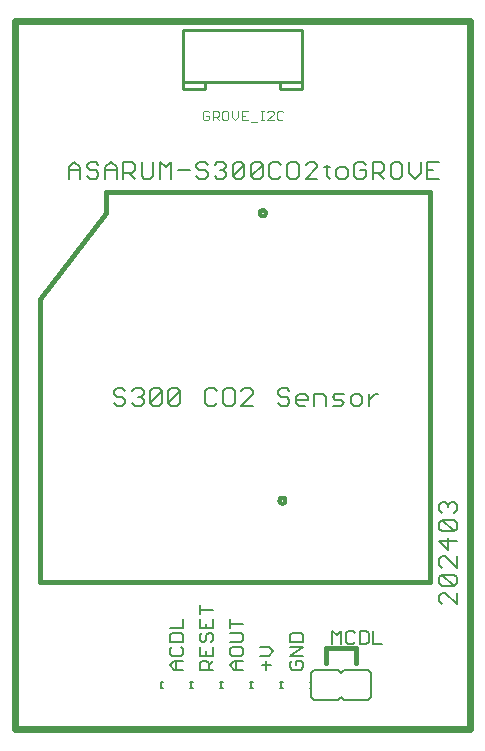
<source format=gto>
G75*
%MOIN*%
%OFA0B0*%
%FSLAX25Y25*%
%IPPOS*%
%LPD*%
%AMOC8*
5,1,8,0,0,1.08239X$1,22.5*
%
%ADD10C,0.02400*%
%ADD11C,0.00800*%
%ADD12C,0.01600*%
%ADD13C,0.01200*%
%ADD14C,0.00500*%
%ADD15C,0.01000*%
%ADD16C,0.00400*%
%ADD17C,0.00600*%
D10*
X0024406Y0031228D02*
X0175981Y0031228D01*
X0175981Y0267449D01*
X0024406Y0267449D01*
X0024406Y0031228D01*
D11*
X0058246Y0139089D02*
X0057279Y0140056D01*
X0058246Y0139089D02*
X0060181Y0139089D01*
X0061149Y0140056D01*
X0061149Y0141024D01*
X0060181Y0141991D01*
X0058246Y0141991D01*
X0057279Y0142959D01*
X0057279Y0143926D01*
X0058246Y0144894D01*
X0060181Y0144894D01*
X0061149Y0143926D01*
X0063356Y0143926D02*
X0064323Y0144894D01*
X0066258Y0144894D01*
X0067226Y0143926D01*
X0067226Y0142959D01*
X0066258Y0141991D01*
X0067226Y0141024D01*
X0067226Y0140056D01*
X0066258Y0139089D01*
X0064323Y0139089D01*
X0063356Y0140056D01*
X0065291Y0141991D02*
X0066258Y0141991D01*
X0069433Y0140056D02*
X0070400Y0139089D01*
X0072335Y0139089D01*
X0073303Y0140056D01*
X0073303Y0143926D01*
X0069433Y0140056D01*
X0069433Y0143926D01*
X0070400Y0144894D01*
X0072335Y0144894D01*
X0073303Y0143926D01*
X0075510Y0143926D02*
X0075510Y0140056D01*
X0079380Y0143926D01*
X0079380Y0140056D01*
X0078413Y0139089D01*
X0076478Y0139089D01*
X0075510Y0140056D01*
X0075510Y0143926D02*
X0076478Y0144894D01*
X0078413Y0144894D01*
X0079380Y0143926D01*
X0087665Y0143926D02*
X0087665Y0140056D01*
X0088632Y0139089D01*
X0090567Y0139089D01*
X0091535Y0140056D01*
X0093742Y0140056D02*
X0094709Y0139089D01*
X0096644Y0139089D01*
X0097612Y0140056D01*
X0097612Y0143926D01*
X0096644Y0144894D01*
X0094709Y0144894D01*
X0093742Y0143926D01*
X0093742Y0140056D01*
X0091535Y0143926D02*
X0090567Y0144894D01*
X0088632Y0144894D01*
X0087665Y0143926D01*
X0099819Y0143926D02*
X0100786Y0144894D01*
X0102721Y0144894D01*
X0103689Y0143926D01*
X0103689Y0142959D01*
X0099819Y0139089D01*
X0103689Y0139089D01*
X0111973Y0140056D02*
X0112941Y0139089D01*
X0114876Y0139089D01*
X0115843Y0140056D01*
X0115843Y0141024D01*
X0114876Y0141991D01*
X0112941Y0141991D01*
X0111973Y0142959D01*
X0111973Y0143926D01*
X0112941Y0144894D01*
X0114876Y0144894D01*
X0115843Y0143926D01*
X0118051Y0141991D02*
X0119018Y0142959D01*
X0120953Y0142959D01*
X0121920Y0141991D01*
X0121920Y0141024D01*
X0118051Y0141024D01*
X0118051Y0141991D02*
X0118051Y0140056D01*
X0119018Y0139089D01*
X0120953Y0139089D01*
X0124128Y0139089D02*
X0124128Y0142959D01*
X0127030Y0142959D01*
X0127998Y0141991D01*
X0127998Y0139089D01*
X0130205Y0139089D02*
X0133107Y0139089D01*
X0134075Y0140056D01*
X0133107Y0141024D01*
X0131172Y0141024D01*
X0130205Y0141991D01*
X0131172Y0142959D01*
X0134075Y0142959D01*
X0136282Y0141991D02*
X0136282Y0140056D01*
X0137250Y0139089D01*
X0139185Y0139089D01*
X0140152Y0140056D01*
X0140152Y0141991D01*
X0139185Y0142959D01*
X0137250Y0142959D01*
X0136282Y0141991D01*
X0142359Y0141024D02*
X0144294Y0142959D01*
X0145262Y0142959D01*
X0142359Y0142959D02*
X0142359Y0139089D01*
X0166694Y0107185D02*
X0167661Y0107185D01*
X0168629Y0106217D01*
X0169596Y0107185D01*
X0170564Y0107185D01*
X0171531Y0106217D01*
X0171531Y0104282D01*
X0170564Y0103315D01*
X0170564Y0101108D02*
X0166694Y0101108D01*
X0170564Y0097238D01*
X0171531Y0098205D01*
X0171531Y0100140D01*
X0170564Y0101108D01*
X0166694Y0101108D02*
X0165726Y0100140D01*
X0165726Y0098205D01*
X0166694Y0097238D01*
X0170564Y0097238D01*
X0168629Y0095030D02*
X0168629Y0091161D01*
X0165726Y0094063D01*
X0171531Y0094063D01*
X0171531Y0088953D02*
X0171531Y0085083D01*
X0167661Y0088953D01*
X0166694Y0088953D01*
X0165726Y0087986D01*
X0165726Y0086051D01*
X0166694Y0085083D01*
X0166694Y0082876D02*
X0170564Y0079006D01*
X0171531Y0079974D01*
X0171531Y0081909D01*
X0170564Y0082876D01*
X0166694Y0082876D01*
X0165726Y0081909D01*
X0165726Y0079974D01*
X0166694Y0079006D01*
X0170564Y0079006D01*
X0171531Y0076799D02*
X0171531Y0072929D01*
X0167661Y0076799D01*
X0166694Y0076799D01*
X0165726Y0075831D01*
X0165726Y0073896D01*
X0166694Y0072929D01*
X0166694Y0103315D02*
X0165726Y0104282D01*
X0165726Y0106217D01*
X0166694Y0107185D01*
X0168629Y0106217D02*
X0168629Y0105250D01*
X0165627Y0214719D02*
X0161757Y0214719D01*
X0161757Y0220524D01*
X0165627Y0220524D01*
X0163692Y0217621D02*
X0161757Y0217621D01*
X0159550Y0216654D02*
X0159550Y0220524D01*
X0155680Y0220524D02*
X0155680Y0216654D01*
X0157615Y0214719D01*
X0159550Y0216654D01*
X0153473Y0215686D02*
X0153473Y0219556D01*
X0152505Y0220524D01*
X0150570Y0220524D01*
X0149603Y0219556D01*
X0149603Y0215686D01*
X0150570Y0214719D01*
X0152505Y0214719D01*
X0153473Y0215686D01*
X0147396Y0214719D02*
X0145461Y0216654D01*
X0146428Y0216654D02*
X0143526Y0216654D01*
X0143526Y0214719D02*
X0143526Y0220524D01*
X0146428Y0220524D01*
X0147396Y0219556D01*
X0147396Y0217621D01*
X0146428Y0216654D01*
X0141319Y0215686D02*
X0141319Y0217621D01*
X0139384Y0217621D01*
X0141319Y0215686D02*
X0140351Y0214719D01*
X0138416Y0214719D01*
X0137449Y0215686D01*
X0137449Y0219556D01*
X0138416Y0220524D01*
X0140351Y0220524D01*
X0141319Y0219556D01*
X0135241Y0217621D02*
X0135241Y0215686D01*
X0134274Y0214719D01*
X0132339Y0214719D01*
X0131371Y0215686D01*
X0131371Y0217621D01*
X0132339Y0218589D01*
X0134274Y0218589D01*
X0135241Y0217621D01*
X0129255Y0218589D02*
X0127320Y0218589D01*
X0128287Y0219556D02*
X0128287Y0215686D01*
X0129255Y0214719D01*
X0125113Y0214719D02*
X0121243Y0214719D01*
X0125113Y0218589D01*
X0125113Y0219556D01*
X0124145Y0220524D01*
X0122210Y0220524D01*
X0121243Y0219556D01*
X0119035Y0219556D02*
X0119035Y0215686D01*
X0118068Y0214719D01*
X0116133Y0214719D01*
X0115166Y0215686D01*
X0115166Y0219556D01*
X0116133Y0220524D01*
X0118068Y0220524D01*
X0119035Y0219556D01*
X0112958Y0219556D02*
X0111991Y0220524D01*
X0110056Y0220524D01*
X0109088Y0219556D01*
X0109088Y0215686D01*
X0110056Y0214719D01*
X0111991Y0214719D01*
X0112958Y0215686D01*
X0106881Y0215686D02*
X0105914Y0214719D01*
X0103979Y0214719D01*
X0103011Y0215686D01*
X0106881Y0219556D01*
X0106881Y0215686D01*
X0103011Y0215686D02*
X0103011Y0219556D01*
X0103979Y0220524D01*
X0105914Y0220524D01*
X0106881Y0219556D01*
X0100804Y0219556D02*
X0100804Y0215686D01*
X0099836Y0214719D01*
X0097901Y0214719D01*
X0096934Y0215686D01*
X0100804Y0219556D01*
X0099836Y0220524D01*
X0097901Y0220524D01*
X0096934Y0219556D01*
X0096934Y0215686D01*
X0094727Y0215686D02*
X0093759Y0214719D01*
X0091824Y0214719D01*
X0090857Y0215686D01*
X0088650Y0215686D02*
X0087682Y0214719D01*
X0085747Y0214719D01*
X0084780Y0215686D01*
X0085747Y0217621D02*
X0084780Y0218589D01*
X0084780Y0219556D01*
X0085747Y0220524D01*
X0087682Y0220524D01*
X0088650Y0219556D01*
X0087682Y0217621D02*
X0088650Y0216654D01*
X0088650Y0215686D01*
X0087682Y0217621D02*
X0085747Y0217621D01*
X0090857Y0219556D02*
X0091824Y0220524D01*
X0093759Y0220524D01*
X0094727Y0219556D01*
X0094727Y0218589D01*
X0093759Y0217621D01*
X0094727Y0216654D01*
X0094727Y0215686D01*
X0093759Y0217621D02*
X0092792Y0217621D01*
X0082572Y0217621D02*
X0078702Y0217621D01*
X0076495Y0214719D02*
X0076495Y0220524D01*
X0074560Y0218589D01*
X0072625Y0220524D01*
X0072625Y0214719D01*
X0070418Y0215686D02*
X0070418Y0220524D01*
X0066548Y0220524D02*
X0066548Y0215686D01*
X0067515Y0214719D01*
X0069450Y0214719D01*
X0070418Y0215686D01*
X0064341Y0214719D02*
X0062406Y0216654D01*
X0063373Y0216654D02*
X0060471Y0216654D01*
X0060471Y0214719D02*
X0060471Y0220524D01*
X0063373Y0220524D01*
X0064341Y0219556D01*
X0064341Y0217621D01*
X0063373Y0216654D01*
X0058264Y0217621D02*
X0054394Y0217621D01*
X0054394Y0218589D02*
X0056329Y0220524D01*
X0058264Y0218589D01*
X0058264Y0214719D01*
X0054394Y0214719D02*
X0054394Y0218589D01*
X0052186Y0219556D02*
X0051219Y0220524D01*
X0049284Y0220524D01*
X0048316Y0219556D01*
X0048316Y0218589D01*
X0049284Y0217621D01*
X0051219Y0217621D01*
X0052186Y0216654D01*
X0052186Y0215686D01*
X0051219Y0214719D01*
X0049284Y0214719D01*
X0048316Y0215686D01*
X0046109Y0214719D02*
X0046109Y0218589D01*
X0044174Y0220524D01*
X0042239Y0218589D01*
X0042239Y0214719D01*
X0042239Y0217621D02*
X0046109Y0217621D01*
D12*
X0054780Y0210323D02*
X0054780Y0203236D01*
X0032733Y0174890D01*
X0032733Y0080402D01*
X0162654Y0080402D01*
X0162654Y0210323D01*
X0055568Y0210323D01*
X0128186Y0058413D02*
X0138186Y0058413D01*
X0138186Y0053413D01*
X0128186Y0053413D02*
X0128186Y0058413D01*
D13*
X0112520Y0107508D02*
X0112522Y0107571D01*
X0112528Y0107633D01*
X0112538Y0107695D01*
X0112551Y0107757D01*
X0112569Y0107817D01*
X0112590Y0107876D01*
X0112615Y0107934D01*
X0112644Y0107990D01*
X0112676Y0108044D01*
X0112711Y0108096D01*
X0112749Y0108145D01*
X0112791Y0108193D01*
X0112835Y0108237D01*
X0112883Y0108279D01*
X0112932Y0108317D01*
X0112984Y0108352D01*
X0113038Y0108384D01*
X0113094Y0108413D01*
X0113152Y0108438D01*
X0113211Y0108459D01*
X0113271Y0108477D01*
X0113333Y0108490D01*
X0113395Y0108500D01*
X0113457Y0108506D01*
X0113520Y0108508D01*
X0113583Y0108506D01*
X0113645Y0108500D01*
X0113707Y0108490D01*
X0113769Y0108477D01*
X0113829Y0108459D01*
X0113888Y0108438D01*
X0113946Y0108413D01*
X0114002Y0108384D01*
X0114056Y0108352D01*
X0114108Y0108317D01*
X0114157Y0108279D01*
X0114205Y0108237D01*
X0114249Y0108193D01*
X0114291Y0108145D01*
X0114329Y0108096D01*
X0114364Y0108044D01*
X0114396Y0107990D01*
X0114425Y0107934D01*
X0114450Y0107876D01*
X0114471Y0107817D01*
X0114489Y0107757D01*
X0114502Y0107695D01*
X0114512Y0107633D01*
X0114518Y0107571D01*
X0114520Y0107508D01*
X0114518Y0107445D01*
X0114512Y0107383D01*
X0114502Y0107321D01*
X0114489Y0107259D01*
X0114471Y0107199D01*
X0114450Y0107140D01*
X0114425Y0107082D01*
X0114396Y0107026D01*
X0114364Y0106972D01*
X0114329Y0106920D01*
X0114291Y0106871D01*
X0114249Y0106823D01*
X0114205Y0106779D01*
X0114157Y0106737D01*
X0114108Y0106699D01*
X0114056Y0106664D01*
X0114002Y0106632D01*
X0113946Y0106603D01*
X0113888Y0106578D01*
X0113829Y0106557D01*
X0113769Y0106539D01*
X0113707Y0106526D01*
X0113645Y0106516D01*
X0113583Y0106510D01*
X0113520Y0106508D01*
X0113457Y0106510D01*
X0113395Y0106516D01*
X0113333Y0106526D01*
X0113271Y0106539D01*
X0113211Y0106557D01*
X0113152Y0106578D01*
X0113094Y0106603D01*
X0113038Y0106632D01*
X0112984Y0106664D01*
X0112932Y0106699D01*
X0112883Y0106737D01*
X0112835Y0106779D01*
X0112791Y0106823D01*
X0112749Y0106871D01*
X0112711Y0106920D01*
X0112676Y0106972D01*
X0112644Y0107026D01*
X0112615Y0107082D01*
X0112590Y0107140D01*
X0112569Y0107199D01*
X0112551Y0107259D01*
X0112538Y0107321D01*
X0112528Y0107383D01*
X0112522Y0107445D01*
X0112520Y0107508D01*
X0105946Y0203295D02*
X0105948Y0203358D01*
X0105954Y0203420D01*
X0105964Y0203482D01*
X0105977Y0203544D01*
X0105995Y0203604D01*
X0106016Y0203663D01*
X0106041Y0203721D01*
X0106070Y0203777D01*
X0106102Y0203831D01*
X0106137Y0203883D01*
X0106175Y0203932D01*
X0106217Y0203980D01*
X0106261Y0204024D01*
X0106309Y0204066D01*
X0106358Y0204104D01*
X0106410Y0204139D01*
X0106464Y0204171D01*
X0106520Y0204200D01*
X0106578Y0204225D01*
X0106637Y0204246D01*
X0106697Y0204264D01*
X0106759Y0204277D01*
X0106821Y0204287D01*
X0106883Y0204293D01*
X0106946Y0204295D01*
X0107009Y0204293D01*
X0107071Y0204287D01*
X0107133Y0204277D01*
X0107195Y0204264D01*
X0107255Y0204246D01*
X0107314Y0204225D01*
X0107372Y0204200D01*
X0107428Y0204171D01*
X0107482Y0204139D01*
X0107534Y0204104D01*
X0107583Y0204066D01*
X0107631Y0204024D01*
X0107675Y0203980D01*
X0107717Y0203932D01*
X0107755Y0203883D01*
X0107790Y0203831D01*
X0107822Y0203777D01*
X0107851Y0203721D01*
X0107876Y0203663D01*
X0107897Y0203604D01*
X0107915Y0203544D01*
X0107928Y0203482D01*
X0107938Y0203420D01*
X0107944Y0203358D01*
X0107946Y0203295D01*
X0107944Y0203232D01*
X0107938Y0203170D01*
X0107928Y0203108D01*
X0107915Y0203046D01*
X0107897Y0202986D01*
X0107876Y0202927D01*
X0107851Y0202869D01*
X0107822Y0202813D01*
X0107790Y0202759D01*
X0107755Y0202707D01*
X0107717Y0202658D01*
X0107675Y0202610D01*
X0107631Y0202566D01*
X0107583Y0202524D01*
X0107534Y0202486D01*
X0107482Y0202451D01*
X0107428Y0202419D01*
X0107372Y0202390D01*
X0107314Y0202365D01*
X0107255Y0202344D01*
X0107195Y0202326D01*
X0107133Y0202313D01*
X0107071Y0202303D01*
X0107009Y0202297D01*
X0106946Y0202295D01*
X0106883Y0202297D01*
X0106821Y0202303D01*
X0106759Y0202313D01*
X0106697Y0202326D01*
X0106637Y0202344D01*
X0106578Y0202365D01*
X0106520Y0202390D01*
X0106464Y0202419D01*
X0106410Y0202451D01*
X0106358Y0202486D01*
X0106309Y0202524D01*
X0106261Y0202566D01*
X0106217Y0202610D01*
X0106175Y0202658D01*
X0106137Y0202707D01*
X0106102Y0202759D01*
X0106070Y0202813D01*
X0106041Y0202869D01*
X0106016Y0202927D01*
X0105995Y0202986D01*
X0105977Y0203046D01*
X0105964Y0203108D01*
X0105954Y0203170D01*
X0105948Y0203232D01*
X0105946Y0203295D01*
D14*
X0080509Y0251701D02*
X0080509Y0259575D01*
X0085932Y0072582D02*
X0085932Y0069579D01*
X0085932Y0071080D02*
X0090436Y0071080D01*
X0090436Y0067978D02*
X0090436Y0064975D01*
X0085932Y0064975D01*
X0085932Y0067978D01*
X0088184Y0066476D02*
X0088184Y0064975D01*
X0088934Y0063374D02*
X0088184Y0062623D01*
X0088184Y0061122D01*
X0087433Y0060371D01*
X0086682Y0060371D01*
X0085932Y0061122D01*
X0085932Y0062623D01*
X0086682Y0063374D01*
X0088934Y0063374D02*
X0089685Y0063374D01*
X0090436Y0062623D01*
X0090436Y0061122D01*
X0089685Y0060371D01*
X0090436Y0058770D02*
X0090436Y0055767D01*
X0085932Y0055767D01*
X0085932Y0058770D01*
X0088184Y0057269D02*
X0088184Y0055767D01*
X0088184Y0054166D02*
X0088934Y0053415D01*
X0088934Y0051163D01*
X0088934Y0052665D02*
X0090436Y0054166D01*
X0088184Y0054166D02*
X0086682Y0054166D01*
X0085932Y0053415D01*
X0085932Y0051163D01*
X0090436Y0051163D01*
X0095932Y0052665D02*
X0097433Y0054166D01*
X0100436Y0054166D01*
X0099685Y0055767D02*
X0100436Y0056518D01*
X0100436Y0058019D01*
X0099685Y0058770D01*
X0096682Y0058770D01*
X0095932Y0058019D01*
X0095932Y0056518D01*
X0096682Y0055767D01*
X0099685Y0055767D01*
X0098184Y0054166D02*
X0098184Y0051163D01*
X0097433Y0051163D02*
X0095932Y0052665D01*
X0097433Y0051163D02*
X0100436Y0051163D01*
X0106682Y0052665D02*
X0109685Y0052665D01*
X0108184Y0054166D02*
X0108184Y0051163D01*
X0108934Y0055767D02*
X0105932Y0055767D01*
X0108934Y0055767D02*
X0110436Y0057269D01*
X0108934Y0058770D01*
X0105932Y0058770D01*
X0100436Y0061122D02*
X0100436Y0062623D01*
X0099685Y0063374D01*
X0095932Y0063374D01*
X0095932Y0064975D02*
X0095932Y0067978D01*
X0095932Y0066476D02*
X0100436Y0066476D01*
X0100436Y0061122D02*
X0099685Y0060371D01*
X0095932Y0060371D01*
X0080436Y0060371D02*
X0080436Y0062623D01*
X0079685Y0063374D01*
X0076682Y0063374D01*
X0075932Y0062623D01*
X0075932Y0060371D01*
X0080436Y0060371D01*
X0079685Y0058770D02*
X0080436Y0058019D01*
X0080436Y0056518D01*
X0079685Y0055767D01*
X0076682Y0055767D01*
X0075932Y0056518D01*
X0075932Y0058019D01*
X0076682Y0058770D01*
X0077433Y0054166D02*
X0075932Y0052665D01*
X0077433Y0051163D01*
X0080436Y0051163D01*
X0078184Y0051163D02*
X0078184Y0054166D01*
X0077433Y0054166D02*
X0080436Y0054166D01*
X0080436Y0064975D02*
X0075932Y0064975D01*
X0080436Y0064975D02*
X0080436Y0067978D01*
X0115932Y0062623D02*
X0115932Y0060371D01*
X0120436Y0060371D01*
X0120436Y0062623D01*
X0119685Y0063374D01*
X0116682Y0063374D01*
X0115932Y0062623D01*
X0115932Y0058770D02*
X0120436Y0058770D01*
X0115932Y0055767D01*
X0120436Y0055767D01*
X0119685Y0054166D02*
X0118184Y0054166D01*
X0118184Y0052665D01*
X0119685Y0054166D02*
X0120436Y0053415D01*
X0120436Y0051914D01*
X0119685Y0051163D01*
X0116682Y0051163D01*
X0115932Y0051914D01*
X0115932Y0053415D01*
X0116682Y0054166D01*
X0130020Y0059663D02*
X0130020Y0064167D01*
X0131521Y0062666D01*
X0133023Y0064167D01*
X0133023Y0059663D01*
X0134624Y0060414D02*
X0134624Y0063417D01*
X0135375Y0064167D01*
X0136876Y0064167D01*
X0137626Y0063417D01*
X0139228Y0064167D02*
X0141480Y0064167D01*
X0142230Y0063417D01*
X0142230Y0060414D01*
X0141480Y0059663D01*
X0139228Y0059663D01*
X0139228Y0064167D01*
X0137626Y0060414D02*
X0136876Y0059663D01*
X0135375Y0059663D01*
X0134624Y0060414D01*
X0143832Y0059663D02*
X0146834Y0059663D01*
X0143832Y0059663D02*
X0143832Y0064167D01*
D15*
X0119879Y0244614D02*
X0112792Y0244614D01*
X0112792Y0246976D01*
X0087595Y0246976D01*
X0087595Y0244614D01*
X0080509Y0244614D01*
X0080509Y0246976D01*
X0087595Y0246976D01*
X0080509Y0246976D02*
X0080509Y0264299D01*
X0119879Y0264299D01*
X0119879Y0246976D01*
X0119879Y0244614D01*
X0119879Y0246976D02*
X0112792Y0246976D01*
X0119879Y0249732D02*
X0119879Y0261543D01*
D16*
X0113247Y0237444D02*
X0112213Y0237444D01*
X0111696Y0236927D01*
X0111696Y0234859D01*
X0112213Y0234342D01*
X0113247Y0234342D01*
X0113764Y0234859D01*
X0113764Y0236927D02*
X0113247Y0237444D01*
X0110541Y0236927D02*
X0110024Y0237444D01*
X0108990Y0237444D01*
X0108473Y0236927D01*
X0107359Y0237444D02*
X0106325Y0237444D01*
X0106842Y0237444D02*
X0106842Y0234342D01*
X0106325Y0234342D02*
X0107359Y0234342D01*
X0108473Y0234342D02*
X0110541Y0236410D01*
X0110541Y0236927D01*
X0110541Y0234342D02*
X0108473Y0234342D01*
X0105170Y0233825D02*
X0103102Y0233825D01*
X0101947Y0234342D02*
X0099879Y0234342D01*
X0099879Y0237444D01*
X0101947Y0237444D01*
X0100913Y0235893D02*
X0099879Y0235893D01*
X0098725Y0235376D02*
X0098725Y0237444D01*
X0098725Y0235376D02*
X0097691Y0234342D01*
X0096656Y0235376D01*
X0096656Y0237444D01*
X0095502Y0236927D02*
X0094985Y0237444D01*
X0093951Y0237444D01*
X0093434Y0236927D01*
X0093434Y0234859D01*
X0093951Y0234342D01*
X0094985Y0234342D01*
X0095502Y0234859D01*
X0095502Y0236927D01*
X0092279Y0236927D02*
X0092279Y0235893D01*
X0091762Y0235376D01*
X0090211Y0235376D01*
X0091245Y0235376D02*
X0092279Y0234342D01*
X0090211Y0234342D02*
X0090211Y0237444D01*
X0091762Y0237444D01*
X0092279Y0236927D01*
X0089056Y0236927D02*
X0088539Y0237444D01*
X0087505Y0237444D01*
X0086988Y0236927D01*
X0086988Y0234859D01*
X0087505Y0234342D01*
X0088539Y0234342D01*
X0089056Y0234859D01*
X0089056Y0235893D01*
X0088022Y0235893D01*
D17*
X0124186Y0050913D02*
X0123186Y0049913D01*
X0123186Y0041913D01*
X0124186Y0040913D01*
X0132186Y0040913D01*
X0133186Y0041913D01*
X0134186Y0040913D01*
X0142186Y0040913D01*
X0143186Y0041913D01*
X0143186Y0049913D01*
X0142186Y0050913D01*
X0134186Y0050913D01*
X0133186Y0049913D01*
X0132186Y0050913D01*
X0124186Y0050913D01*
X0123186Y0046913D02*
X0122686Y0046913D01*
X0123186Y0046913D02*
X0123186Y0044913D01*
X0122686Y0044913D01*
X0113686Y0044913D02*
X0113186Y0044913D01*
X0112686Y0044913D01*
X0113186Y0044913D02*
X0113186Y0046913D01*
X0112686Y0046913D01*
X0113186Y0046913D02*
X0113686Y0046913D01*
X0113186Y0046913D02*
X0113186Y0044913D01*
X0103686Y0044913D02*
X0103186Y0044913D01*
X0103186Y0046913D01*
X0103686Y0046913D01*
X0103186Y0046913D02*
X0102686Y0046913D01*
X0103186Y0046913D02*
X0103186Y0044913D01*
X0102686Y0044913D01*
X0093686Y0044913D02*
X0093186Y0044913D01*
X0093186Y0046913D01*
X0093686Y0046913D01*
X0093186Y0046913D02*
X0092686Y0046913D01*
X0093186Y0046913D02*
X0093186Y0044913D01*
X0092686Y0044913D01*
X0083686Y0044913D02*
X0083186Y0044913D01*
X0082686Y0044913D01*
X0083186Y0044913D02*
X0083186Y0046913D01*
X0082686Y0046913D01*
X0083186Y0046913D02*
X0083186Y0044913D01*
X0083186Y0046913D02*
X0083686Y0046913D01*
X0073686Y0046913D02*
X0073186Y0046913D01*
X0073186Y0044913D01*
X0073686Y0044913D01*
M02*

</source>
